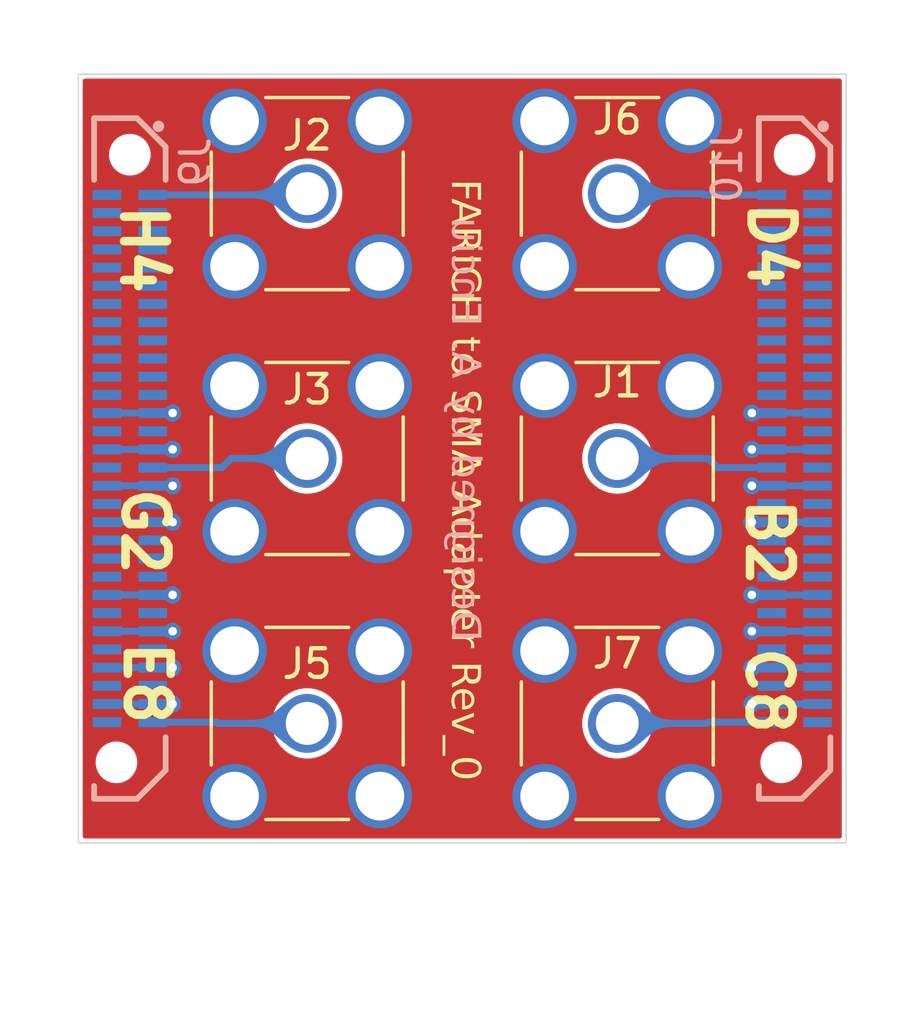
<source format=kicad_pcb>
(kicad_pcb (version 20241229) (generator "pcbnew") (generator_version "9.0")
  (layers (0 "F.Cu" signal) (4 "In1.Cu" signal) (6 "In2.Cu" signal) (2 "B.Cu" signal) (13 "F.Paste" user) (15 "B.Paste" user) (5 "F.SilkS" user "F.Silkscreen") (7 "B.SilkS" user "B.Silkscreen") (1 "F.Mask" user) (3 "B.Mask" user) (25 "Edge.Cuts" user))
  (net 0 "")
  (net 1 "Out_E8")
  (net 2 "GND")
  (net 3 "Out_F7")
  (net 4 "Out_D7")
  (net 5 "Out_C8")
  (net 6 "Out_A8")
  (net 79 "Out_G2")
  (net 81 "Out_H4")
  (net 83 "Out_B2")
  (net 85 "Out_D4")
  (footprint "Connector_Coaxial:SMA_Amphenol_132134-11_Vertical" (layer "F.Cu") (at 133.16 80.6925)
    (property "Reference" "J2" (at 0 -2.03 0) (layer "F.SilkS"))
    (property "Value" "Out_G8")
    (fp_line (start -3.355 -1.45) (end -3.355 1.45) (stroke (width 0.12)) (layer "F.SilkS"))
    (fp_line (start -1.45 -3.355) (end 1.45 -3.355) (stroke (width 0.12)) (layer "F.SilkS"))
    (fp_line (start -1.45 3.355) (end 1.45 3.355) (stroke (width 0.12)) (layer "F.SilkS"))
    (fp_line (start 3.355 -1.45) (end 3.355 1.45) (stroke (width 0.12)) (layer "F.SilkS"))
    (pad "1" thru_hole circle (at 0 0) (size 2.05 2.05) (drill 1.5) (layers "*.Cu" "*.Mask") (net 81 "Out_H4"))
    (pad "2" thru_hole circle (at -2.54 -2.54) (size 2.25 2.25) (drill 1.7) (layers "*.Cu" "*.Mask") (net 2 "GND"))
    (pad "2" thru_hole circle (at -2.54 2.54) (size 2.25 2.25) (drill 1.7) (layers "*.Cu" "*.Mask") (net 2 "GND"))
    (pad "2" thru_hole circle (at 2.54 -2.54) (size 2.25 2.25) (drill 1.7) (layers "*.Cu" "*.Mask") (net 2 "GND"))
    (pad "2" thru_hole circle (at 2.54 2.54) (size 2.25 2.25) (drill 1.7) (layers "*.Cu" "*.Mask") (net 2 "GND"))
  )
  (footprint "Connector_Coaxial:SMA_Amphenol_132134-11_Vertical" (layer "F.Cu") (at 144 80.6925)
    (property "Reference" "J6" (at 0 -2.59 0) (layer "F.SilkS"))
    (property "Value" "Out_D7")
    (fp_line (start -3.355 -1.45) (end -3.355 1.45) (stroke (width 0.12)) (layer "F.SilkS"))
    (fp_line (start -1.45 -3.355) (end 1.45 -3.355) (stroke (width 0.12)) (layer "F.SilkS"))
    (fp_line (start -1.45 3.355) (end 1.45 3.355) (stroke (width 0.12)) (layer "F.SilkS"))
    (fp_line (start 3.355 -1.45) (end 3.355 1.45) (stroke (width 0.12)) (layer "F.SilkS"))
    (pad "1" thru_hole circle (at 0 0) (size 2.05 2.05) (drill 1.5) (layers "*.Cu" "*.Mask") (net 85 "Out_D4"))
    (pad "2" thru_hole circle (at -2.54 -2.54) (size 2.25 2.25) (drill 1.7) (layers "*.Cu" "*.Mask") (net 2 "GND"))
    (pad "2" thru_hole circle (at -2.54 2.54) (size 2.25 2.25) (drill 1.7) (layers "*.Cu" "*.Mask") (net 2 "GND"))
    (pad "2" thru_hole circle (at 2.54 -2.54) (size 2.25 2.25) (drill 1.7) (layers "*.Cu" "*.Mask") (net 2 "GND"))
    (pad "2" thru_hole circle (at 2.54 2.54) (size 2.25 2.25) (drill 1.7) (layers "*.Cu" "*.Mask") (net 2 "GND"))
  )
  (footprint "Connector_Coaxial:SMA_Amphenol_132134-11_Vertical" (layer "F.Cu") (at 133.16 89.9425)
    (property "Reference" "J3" (at 0 -2.41 0) (layer "F.SilkS"))
    (property "Value" "Out_E7")
    (fp_line (start -3.355 -1.45) (end -3.355 1.45) (stroke (width 0.12)) (layer "F.SilkS"))
    (fp_line (start -1.45 -3.355) (end 1.45 -3.355) (stroke (width 0.12)) (layer "F.SilkS"))
    (fp_line (start -1.45 3.355) (end 1.45 3.355) (stroke (width 0.12)) (layer "F.SilkS"))
    (fp_line (start 3.355 -1.45) (end 3.355 1.45) (stroke (width 0.12)) (layer "F.SilkS"))
    (pad "1" thru_hole circle (at 0 0) (size 2.05 2.05) (drill 1.5) (layers "*.Cu" "*.Mask") (net 79 "Out_G2"))
    (pad "2" thru_hole circle (at -2.54 -2.54) (size 2.25 2.25) (drill 1.7) (layers "*.Cu" "*.Mask") (net 2 "GND"))
    (pad "2" thru_hole circle (at -2.54 2.54) (size 2.25 2.25) (drill 1.7) (layers "*.Cu" "*.Mask") (net 2 "GND"))
    (pad "2" thru_hole circle (at 2.54 -2.54) (size 2.25 2.25) (drill 1.7) (layers "*.Cu" "*.Mask") (net 2 "GND"))
    (pad "2" thru_hole circle (at 2.54 2.54) (size 2.25 2.25) (drill 1.7) (layers "*.Cu" "*.Mask") (net 2 "GND"))
  )
  (footprint "Connector_Coaxial:SMA_Amphenol_132134-11_Vertical" (layer "F.Cu") (at 144 99.1925)
    (property "Reference" "J7" (at 0 -2.44 0) (layer "F.SilkS"))
    (property "Value" "Out_C8")
    (fp_line (start -3.355 -1.45) (end -3.355 1.45) (stroke (width 0.12)) (layer "F.SilkS"))
    (fp_line (start -1.45 -3.355) (end 1.45 -3.355) (stroke (width 0.12)) (layer "F.SilkS"))
    (fp_line (start -1.45 3.355) (end 1.45 3.355) (stroke (width 0.12)) (layer "F.SilkS"))
    (fp_line (start 3.355 -1.45) (end 3.355 1.45) (stroke (width 0.12)) (layer "F.SilkS"))
    (pad "1" thru_hole circle (at 0 0) (size 2.05 2.05) (drill 1.5) (layers "*.Cu" "*.Mask") (net 5 "Out_C8"))
    (pad "2" thru_hole circle (at -2.54 -2.54) (size 2.25 2.25) (drill 1.7) (layers "*.Cu" "*.Mask") (net 2 "GND"))
    (pad "2" thru_hole circle (at -2.54 2.54) (size 2.25 2.25) (drill 1.7) (layers "*.Cu" "*.Mask") (net 2 "GND"))
    (pad "2" thru_hole circle (at 2.54 -2.54) (size 2.25 2.25) (drill 1.7) (layers "*.Cu" "*.Mask") (net 2 "GND"))
    (pad "2" thru_hole circle (at 2.54 2.54) (size 2.25 2.25) (drill 1.7) (layers "*.Cu" "*.Mask") (net 2 "GND"))
  )
  (footprint "Connector_Coaxial:SMA_Amphenol_132134-11_Vertical" (layer "F.Cu") (at 144 89.9425)
    (property "Reference" "J1" (at 0 -2.66 0) (layer "F.SilkS"))
    (property "Value" "Out_E8")
    (fp_line (start -3.355 -1.45) (end -3.355 1.45) (stroke (width 0.12)) (layer "F.SilkS"))
    (fp_line (start -1.45 -3.355) (end 1.45 -3.355) (stroke (width 0.12)) (layer "F.SilkS"))
    (fp_line (start -1.45 3.355) (end 1.45 3.355) (stroke (width 0.12)) (layer "F.SilkS"))
    (fp_line (start 3.355 -1.45) (end 3.355 1.45) (stroke (width 0.12)) (layer "F.SilkS"))
    (pad "1" thru_hole circle (at 0 0) (size 2.05 2.05) (drill 1.5) (layers "*.Cu" "*.Mask") (net 83 "Out_B2"))
    (pad "2" thru_hole circle (at -2.54 -2.54) (size 2.25 2.25) (drill 1.7) (layers "*.Cu" "*.Mask") (net 2 "GND"))
    (pad "2" thru_hole circle (at -2.54 2.54) (size 2.25 2.25) (drill 1.7) (layers "*.Cu" "*.Mask") (net 2 "GND"))
    (pad "2" thru_hole circle (at 2.54 -2.54) (size 2.25 2.25) (drill 1.7) (layers "*.Cu" "*.Mask") (net 2 "GND"))
    (pad "2" thru_hole circle (at 2.54 2.54) (size 2.25 2.25) (drill 1.7) (layers "*.Cu" "*.Mask") (net 2 "GND"))
  )
  (footprint "Connector_Coaxial:SMA_Amphenol_132134-11_Vertical" (layer "F.Cu") (at 133.16 99.1925)
    (property "Reference" "J5" (at 0 -2.08 0) (layer "F.SilkS"))
    (property "Value" "Out_D6")
    (fp_line (start -3.355 -1.45) (end -3.355 1.45) (stroke (width 0.12)) (layer "F.SilkS"))
    (fp_line (start -1.45 -3.355) (end 1.45 -3.355) (stroke (width 0.12)) (layer "F.SilkS"))
    (fp_line (start -1.45 3.355) (end 1.45 3.355) (stroke (width 0.12)) (layer "F.SilkS"))
    (fp_line (start 3.355 -1.45) (end 3.355 1.45) (stroke (width 0.12)) (layer "F.SilkS"))
    (pad "1" thru_hole circle (at 0 0) (size 2.05 2.05) (drill 1.5) (layers "*.Cu" "*.Mask") (net 1 "Out_E8"))
    (pad "2" thru_hole circle (at -2.54 -2.54) (size 2.25 2.25) (drill 1.7) (layers "*.Cu" "*.Mask") (net 2 "GND"))
    (pad "2" thru_hole circle (at -2.54 2.54) (size 2.25 2.25) (drill 1.7) (layers "*.Cu" "*.Mask") (net 2 "GND"))
    (pad "2" thru_hole circle (at 2.54 -2.54) (size 2.25 2.25) (drill 1.7) (layers "*.Cu" "*.Mask") (net 2 "GND"))
    (pad "2" thru_hole circle (at 2.54 2.54) (size 2.25 2.25) (drill 1.7) (layers "*.Cu" "*.Mask") (net 2 "GND"))
  )
  (footprint "0_lib:SAMTEC_ERM6-30-01.5-L-DV-A-K-TR" (layer "B.Cu") (at 126.96 89.9425 -90)
    (property "Reference" "J9" (at -10.3525 -2.29 90) (layer "B.SilkS") (effects (justify mirror)))
    (property "Value" "ERM6-30-01.5-L-DV-A-K-TR")
    (fp_line (start -11.885 1.25) (end -9.7325 1.25) (stroke (width 0.2)) (layer "B.SilkS"))
    (fp_line (start 11.435 1.25) (end 11.885 1.25) (stroke (width 0.2)) (layer "B.SilkS"))
    (fp_line (start 11.885 1.25) (end 11.885 -0.25) (stroke (width 0.2)) (layer "B.SilkS"))
    (fp_line (start -11.885 -0.25) (end -11.885 1.25) (stroke (width 0.2)) (layer "B.SilkS"))
    (fp_line (start 11.885 -0.25) (end 10.885 -1.25) (stroke (width 0.2)) (layer "B.SilkS"))
    (fp_line (start -10.885 -1.25) (end -11.885 -0.25) (stroke (width 0.2)) (layer "B.SilkS"))
    (fp_line (start -9.7325 -1.25) (end -10.885 -1.25) (stroke (width 0.2)) (layer "B.SilkS"))
    (fp_line (start 10.885 -1.25) (end 9.7325 -1.25) (stroke (width 0.2)) (layer "B.SilkS"))
    (fp_circle (center -11.6 -1) (end -11.5 -1) (stroke (width 0.2)) (fill no) (layer "B.SilkS"))
    (pad "" np_thru_hole circle (at -10.61 0 270) (size 0.95 0.95) (drill 0.95) (layers "*.Cu" "*.Mask"))
    (pad "" np_thru_hole circle (at 10.61 0.47 270) (size 0.95 0.95) (drill 0.95) (layers "*.Cu" "*.Mask"))
    (pad "1" smd rect (at 9.2075 -0.8 270) (size 0.35 1) (layers "B.Cu" "B.Mask" "B.Paste") (net 1 "Out_E8"))
    (pad "2" smd rect (at 9.2075 0.8 270) (size 0.35 1) (layers "B.Cu" "B.Mask" "B.Paste"))
    (pad "3" smd rect (at 8.5725 -0.8 270) (size 0.35 1) (layers "B.Cu" "B.Mask" "B.Paste") (net 2 "GND"))
    (pad "4" smd rect (at 8.5725 0.8 270) (size 0.35 1) (layers "B.Cu" "B.Mask" "B.Paste") (net 2 "GND"))
    (pad "5" smd rect (at 7.9375 -0.8 270) (size 0.35 1) (layers "B.Cu" "B.Mask" "B.Paste"))
    (pad "6" smd rect (at 7.9375 0.8 270) (size 0.35 1) (layers "B.Cu" "B.Mask" "B.Paste"))
    (pad "7" smd rect (at 7.3025 -0.8 270) (size 0.35 1) (layers "B.Cu" "B.Mask" "B.Paste") (net 2 "GND"))
    (pad "8" smd rect (at 7.3025 0.8 270) (size 0.35 1) (layers "B.Cu" "B.Mask" "B.Paste") (net 2 "GND"))
    (pad "9" smd rect (at 6.6675 -0.8 270) (size 0.35 1) (layers "B.Cu" "B.Mask" "B.Paste"))
    (pad "10" smd rect (at 6.6675 0.8 270) (size 0.35 1) (layers "B.Cu" "B.Mask" "B.Paste") (net 3 "Out_F7"))
    (pad "11" smd rect (at 6.0325 -0.8 270) (size 0.35 1) (layers "B.Cu" "B.Mask" "B.Paste") (net 2 "GND"))
    (pad "12" smd rect (at 6.0325 0.8 270) (size 0.35 1) (layers "B.Cu" "B.Mask" "B.Paste") (net 2 "GND"))
    (pad "13" smd rect (at 5.3975 -0.8 270) (size 0.35 1) (layers "B.Cu" "B.Mask" "B.Paste"))
    (pad "14" smd rect (at 5.3975 0.8 270) (size 0.35 1) (layers "B.Cu" "B.Mask" "B.Paste"))
    (pad "15" smd rect (at 4.7625 -0.8 270) (size 0.35 1) (layers "B.Cu" "B.Mask" "B.Paste") (net 2 "GND"))
    (pad "16" smd rect (at 4.7625 0.8 270) (size 0.35 1) (layers "B.Cu" "B.Mask" "B.Paste") (net 2 "GND"))
    (pad "17" smd rect (at 4.1275 -0.8 270) (size 0.35 1) (layers "B.Cu" "B.Mask" "B.Paste"))
    (pad "18" smd rect (at 4.1275 0.8 270) (size 0.35 1) (layers "B.Cu" "B.Mask" "B.Paste"))
    (pad "19" smd rect (at 3.4925 -0.8 270) (size 0.35 1) (layers "B.Cu" "B.Mask" "B.Paste"))
    (pad "20" smd rect (at 3.4925 0.8 270) (size 0.35 1) (layers "B.Cu" "B.Mask" "B.Paste") (net 2 "GND"))
    (pad "21" smd rect (at 2.8575 -0.8 270) (size 0.35 1) (layers "B.Cu" "B.Mask" "B.Paste"))
    (pad "22" smd rect (at 2.8575 0.8 270) (size 0.35 1) (layers "B.Cu" "B.Mask" "B.Paste"))
    (pad "23" smd rect (at 2.2225 -0.8 270) (size 0.35 1) (layers "B.Cu" "B.Mask" "B.Paste") (net 2 "GND"))
    (pad "24" smd rect (at 2.2225 0.8 270) (size 0.35 1) (layers "B.Cu" "B.Mask" "B.Paste") (net 2 "GND"))
    (pad "25" smd rect (at 1.5875 -0.8 270) (size 0.35 1) (layers "B.Cu" "B.Mask" "B.Paste"))
    (pad "26" smd rect (at 1.5875 0.8 270) (size 0.35 1) (layers "B.Cu" "B.Mask" "B.Paste"))
    (pad "27" smd rect (at 0.9525 -0.8 270) (size 0.35 1) (layers "B.Cu" "B.Mask" "B.Paste") (net 2 "GND"))
    (pad "28" smd rect (at 0.9525 0.8 270) (size 0.35 1) (layers "B.Cu" "B.Mask" "B.Paste") (net 2 "GND"))
    (pad "29" smd rect (at 0.3175 -0.8 270) (size 0.35 1) (layers "B.Cu" "B.Mask" "B.Paste") (net 79 "Out_G2"))
    (pad "30" smd rect (at 0.3175 0.8 270) (size 0.35 1) (layers "B.Cu" "B.Mask" "B.Paste"))
    (pad "31" smd rect (at -0.3175 -0.8 270) (size 0.35 1) (layers "B.Cu" "B.Mask" "B.Paste") (net 2 "GND"))
    (pad "32" smd rect (at -0.3175 0.8 270) (size 0.35 1) (layers "B.Cu" "B.Mask" "B.Paste") (net 2 "GND"))
    (pad "33" smd rect (at -0.9525 -0.8 270) (size 0.35 1) (layers "B.Cu" "B.Mask" "B.Paste"))
    (pad "34" smd rect (at -0.9525 0.8 270) (size 0.35 1) (layers "B.Cu" "B.Mask" "B.Paste"))
    (pad "35" smd rect (at -1.5875 -0.8 270) (size 0.35 1) (layers "B.Cu" "B.Mask" "B.Paste") (net 2 "GND"))
    (pad "36" smd rect (at -1.5875 0.8 270) (size 0.35 1) (layers "B.Cu" "B.Mask" "B.Paste") (net 2 "GND"))
    (pad "37" smd rect (at -2.2225 -0.8 270) (size 0.35 1) (layers "B.Cu" "B.Mask" "B.Paste"))
    (pad "38" smd rect (at -2.2225 0.8 270) (size 0.35 1) (layers "B.Cu" "B.Mask" "B.Paste"))
    (pad "39" smd rect (at -2.8575 -0.8 270) (size 0.35 1) (layers "B.Cu" "B.Mask" "B.Paste"))
    (pad "40" smd rect (at -2.8575 0.8 270) (size 0.35 1) (layers "B.Cu" "B.Mask" "B.Paste") (net 2 "GND"))
    (pad "41" smd rect (at -3.4925 -0.8 270) (size 0.35 1) (layers "B.Cu" "B.Mask" "B.Paste"))
    (pad "42" smd rect (at -3.4925 0.8 270) (size 0.35 1) (layers "B.Cu" "B.Mask" "B.Paste"))
    (pad "43" smd rect (at -4.1275 -0.8 270) (size 0.35 1) (layers "B.Cu" "B.Mask" "B.Paste"))
    (pad "44" smd rect (at -4.1275 0.8 270) (size 0.35 1) (layers "B.Cu" "B.Mask" "B.Paste"))
    (pad "45" smd rect (at -4.7625 -0.8 270) (size 0.35 1) (layers "B.Cu" "B.Mask" "B.Paste"))
    (pad "46" smd rect (at -4.7625 0.8 270) (size 0.35 1) (layers "B.Cu" "B.Mask" "B.Paste"))
    (pad "47" smd rect (at -5.3975 -0.8 270) (size 0.35 1) (layers "B.Cu" "B.Mask" "B.Paste"))
    (pad "48" smd rect (at -5.3975 0.8 270) (size 0.35 1) (layers "B.Cu" "B.Mask" "B.Paste"))
    (pad "49" smd rect (at -6.0325 -0.8 270) (size 0.35 1) (layers "B.Cu" "B.Mask" "B.Paste"))
    (pad "50" smd rect (at -6.0325 0.8 270) (size 0.35 1) (layers "B.Cu" "B.Mask" "B.Paste"))
    (pad "51" smd rect (at -6.6675 -0.8 270) (size 0.35 1) (layers "B.Cu" "B.Mask" "B.Paste"))
    (pad "52" smd rect (at -6.6675 0.8 270) (size 0.35 1) (layers "B.Cu" "B.Mask" "B.Paste"))
    (pad "53" smd rect (at -7.3025 -0.8 270) (size 0.35 1) (layers "B.Cu" "B.Mask" "B.Paste"))
    (pad "54" smd rect (at -7.3025 0.8 270) (size 0.35 1) (layers "B.Cu" "B.Mask" "B.Paste"))
    (pad "55" smd rect (at -7.9375 -0.8 270) (size 0.35 1) (layers "B.Cu" "B.Mask" "B.Paste"))
    (pad "56" smd rect (at -7.9375 0.8 270) (size 0.35 1) (layers "B.Cu" "B.Mask" "B.Paste"))
    (pad "57" smd rect (at -8.5725 -0.8 270) (size 0.35 1) (layers "B.Cu" "B.Mask" "B.Paste"))
    (pad "58" smd rect (at -8.5725 0.8 270) (size 0.35 1) (layers "B.Cu" "B.Mask" "B.Paste"))
    (pad "59" smd rect (at -9.2075 -0.8 270) (size 0.35 1) (layers "B.Cu" "B.Mask" "B.Paste") (net 81 "Out_H4"))
    (pad "60" smd rect (at -9.2075 0.8 270) (size 0.35 1) (layers "B.Cu" "B.Mask" "B.Paste"))
  )
  (footprint "0_lib:SAMTEC_ERM6-30-01.5-L-DV-A-K-TR" (layer "B.Cu") (at 150.2 89.9425 -90)
    (property "Reference" "J10" (at -10.2625 2.36 90) (layer "B.SilkS") (effects (justify mirror)))
    (property "Value" "ERM6-30-01.5-L-DV-A-K-TR")
    (fp_line (start -11.885 1.25) (end -9.7325 1.25) (stroke (width 0.2)) (layer "B.SilkS"))
    (fp_line (start 11.435 1.25) (end 11.885 1.25) (stroke (width 0.2)) (layer "B.SilkS"))
    (fp_line (start 11.885 1.25) (end 11.885 -0.25) (stroke (width 0.2)) (layer "B.SilkS"))
    (fp_line (start -11.885 -0.25) (end -11.885 1.25) (stroke (width 0.2)) (layer "B.SilkS"))
    (fp_line (start 11.885 -0.25) (end 10.885 -1.25) (stroke (width 0.2)) (layer "B.SilkS"))
    (fp_line (start -10.885 -1.25) (end -11.885 -0.25) (stroke (width 0.2)) (layer "B.SilkS"))
    (fp_line (start -9.7325 -1.25) (end -10.885 -1.25) (stroke (width 0.2)) (layer "B.SilkS"))
    (fp_line (start 10.885 -1.25) (end 9.7325 -1.25) (stroke (width 0.2)) (layer "B.SilkS"))
    (fp_circle (center -11.6 -1) (end -11.5 -1) (stroke (width 0.2)) (fill no) (layer "B.SilkS"))
    (pad "" np_thru_hole circle (at -10.61 0 270) (size 0.95 0.95) (drill 0.95) (layers "*.Cu" "*.Mask"))
    (pad "" np_thru_hole circle (at 10.61 0.47 270) (size 0.95 0.95) (drill 0.95) (layers "*.Cu" "*.Mask"))
    (pad "1" smd rect (at 9.2075 -0.8 270) (size 0.35 1) (layers "B.Cu" "B.Mask" "B.Paste"))
    (pad "2" smd rect (at 9.2075 0.8 270) (size 0.35 1) (layers "B.Cu" "B.Mask" "B.Paste") (net 5 "Out_C8"))
    (pad "3" smd rect (at 8.5725 -0.8 270) (size 0.35 1) (layers "B.Cu" "B.Mask" "B.Paste") (net 2 "GND"))
    (pad "4" smd rect (at 8.5725 0.8 270) (size 0.35 1) (layers "B.Cu" "B.Mask" "B.Paste") (net 2 "GND"))
    (pad "5" smd rect (at 7.9375 -0.8 270) (size 0.35 1) (layers "B.Cu" "B.Mask" "B.Paste"))
    (pad "6" smd rect (at 7.9375 0.8 270) (size 0.35 1) (layers "B.Cu" "B.Mask" "B.Paste"))
    (pad "7" smd rect (at 7.3025 -0.8 270) (size 0.35 1) (layers "B.Cu" "B.Mask" "B.Paste") (net 2 "GND"))
    (pad "8" smd rect (at 7.3025 0.8 270) (size 0.35 1) (layers "B.Cu" "B.Mask" "B.Paste") (net 2 "GND"))
    (pad "9" smd rect (at 6.6675 -0.8 270) (size 0.35 1) (layers "B.Cu" "B.Mask" "B.Paste") (net 4 "Out_D7"))
    (pad "10" smd rect (at 6.6675 0.8 270) (size 0.35 1) (layers "B.Cu" "B.Mask" "B.Paste") (net 6 "Out_A8"))
    (pad "11" smd rect (at 6.0325 -0.8 270) (size 0.35 1) (layers "B.Cu" "B.Mask" "B.Paste") (net 2 "GND"))
    (pad "12" smd rect (at 6.0325 0.8 270) (size 0.35 1) (layers "B.Cu" "B.Mask" "B.Paste") (net 2 "GND"))
    (pad "13" smd rect (at 5.3975 -0.8 270) (size 0.35 1) (layers "B.Cu" "B.Mask" "B.Paste"))
    (pad "14" smd rect (at 5.3975 0.8 270) (size 0.35 1) (layers "B.Cu" "B.Mask" "B.Paste"))
    (pad "15" smd rect (at 4.7625 -0.8 270) (size 0.35 1) (layers "B.Cu" "B.Mask" "B.Paste") (net 2 "GND"))
    (pad "16" smd rect (at 4.7625 0.8 270) (size 0.35 1) (layers "B.Cu" "B.Mask" "B.Paste") (net 2 "GND"))
    (pad "17" smd rect (at 4.1275 -0.8 270) (size 0.35 1) (layers "B.Cu" "B.Mask" "B.Paste"))
    (pad "18" smd rect (at 4.1275 0.8 270) (size 0.35 1) (layers "B.Cu" "B.Mask" "B.Paste"))
    (pad "19" smd rect (at 3.4925 -0.8 270) (size 0.35 1) (layers "B.Cu" "B.Mask" "B.Paste") (net 2 "GND"))
    (pad "20" smd rect (at 3.4925 0.8 270) (size 0.35 1) (layers "B.Cu" "B.Mask" "B.Paste"))
    (pad "21" smd rect (at 2.8575 -0.8 270) (size 0.35 1) (layers "B.Cu" "B.Mask" "B.Paste"))
    (pad "22" smd rect (at 2.8575 0.8 270) (size 0.35 1) (layers "B.Cu" "B.Mask" "B.Paste"))
    (pad "23" smd rect (at 2.2225 -0.8 270) (size 0.35 1) (layers "B.Cu" "B.Mask" "B.Paste") (net 2 "GND"))
    (pad "24" smd rect (at 2.2225 0.8 270) (size 0.35 1) (layers "B.Cu" "B.Mask" "B.Paste") (net 2 "GND"))
    (pad "25" smd rect (at 1.5875 -0.8 270) (size 0.35 1) (layers "B.Cu" "B.Mask" "B.Paste"))
    (pad "26" smd rect (at 1.5875 0.8 270) (size 0.35 1) (layers "B.Cu" "B.Mask" "B.Paste"))
    (pad "27" smd rect (at 0.9525 -0.8 270) (size 0.35 1) (layers "B.Cu" "B.Mask" "B.Paste") (net 2 "GND"))
    (pad "28" smd rect (at 0.9525 0.8 270) (size 0.35 1) (layers "B.Cu" "B.Mask" "B.Paste") (net 2 "GND"))
    (pad "29" smd rect (at 0.3175 -0.8 270) (size 0.35 1) (layers "B.Cu" "B.Mask" "B.Paste"))
    (pad "30" smd rect (at 0.3175 0.8 270) (size 0.35 1) (layers "B.Cu" "B.Mask" "B.Paste") (net 83 "Out_B2"))
    (pad "31" smd rect (at -0.3175 -0.8 270) (size 0.35 1) (layers "B.Cu" "B.Mask" "B.Paste") (net 2 "GND"))
    (pad "32" smd rect (at -0.3175 0.8 270) (size 0.35 1) (layers "B.Cu" "B.Mask" "B.Paste") (net 2 "GND"))
    (pad "33" smd rect (at -0.9525 -0.8 270) (size 0.35 1) (layers "B.Cu" "B.Mask" "B.Paste"))
    (pad "34" smd rect (at -0.9525 0.8 270) (size 0.35 1) (layers "B.Cu" "B.Mask" "B.Paste"))
    (pad "35" smd rect (at -1.5875 -0.8 270) (size 0.35 1) (layers "B.Cu" "B.Mask" "B.Paste") (net 2 "GND"))
    (pad "36" smd rect (at -1.5875 0.8 270) (size 0.35 1) (layers "B.Cu" "B.Mask" "B.Paste") (net 2 "GND"))
    (pad "37" smd rect (at -2.2225 -0.8 270) (size 0.35 1) (layers "B.Cu" "B.Mask" "B.Paste"))
    (pad "38" smd rect (at -2.2225 0.8 270) (size 0.35 1) (layers "B.Cu" "B.Mask" "B.Paste"))
    (pad "39" smd rect (at -2.8575 -0.8 270) (size 0.35 1) (layers "B.Cu" "B.Mask" "B.Paste") (net 2 "GND"))
    (pad "40" smd rect (at -2.8575 0.8 270) (size 0.35 1) (layers "B.Cu" "B.Mask" "B.Paste"))
    (pad "41" smd rect (at -3.4925 -0.8 270) (size 0.35 1) (layers "B.Cu" "B.Mask" "B.Paste"))
    (pad "42" smd rect (at -3.4925 0.8 270) (size 0.35 1) (layers "B.Cu" "B.Mask" "B.Paste"))
    (pad "43" smd rect (at -4.1275 -0.8 270) (size 0.35 1) (layers "B.Cu" "B.Mask" "B.Paste"))
    (pad "44" smd rect (at -4.1275 0.8 270) (size 0.35 1) (layers "B.Cu" "B.Mask" "B.Paste"))
    (pad "45" smd rect (at -4.7625 -0.8 270) (size 0.35 1) (layers "B.Cu" "B.Mask" "B.Paste"))
    (pad "46" smd rect (at -4.7625 0.8 270) (size 0.35 1) (layers "B.Cu" "B.Mask" "B.Paste"))
    (pad "47" smd rect (at -5.3975 -0.8 270) (size 0.35 1) (layers "B.Cu" "B.Mask" "B.Paste"))
    (pad "48" smd rect (at -5.3975 0.8 270) (size 0.35 1) (layers "B.Cu" "B.Mask" "B.Paste"))
    (pad "49" smd rect (at -6.0325 -0.8 270) (size 0.35 1) (layers "B.Cu" "B.Mask" "B.Paste"))
    (pad "50" smd rect (at -6.0325 0.8 270) (size 0.35 1) (layers "B.Cu" "B.Mask" "B.Paste"))
    (pad "51" smd rect (at -6.6675 -0.8 270) (size 0.35 1) (layers "B.Cu" "B.Mask" "B.Paste"))
    (pad "52" smd rect (at -6.6675 0.8 270) (size 0.35 1) (layers "B.Cu" "B.Mask" "B.Paste"))
    (pad "53" smd rect (at -7.3025 -0.8 270) (size 0.35 1) (layers "B.Cu" "B.Mask" "B.Paste"))
    (pad "54" smd rect (at -7.3025 0.8 270) (size 0.35 1) (layers "B.Cu" "B.Mask" "B.Paste"))
    (pad "55" smd rect (at -7.9375 -0.8 270) (size 0.35 1) (layers "B.Cu" "B.Mask" "B.Paste"))
    (pad "56" smd rect (at -7.9375 0.8 270) (size 0.35 1) (layers "B.Cu" "B.Mask" "B.Paste"))
    (pad "57" smd rect (at -8.5725 -0.8 270) (size 0.35 1) (layers "B.Cu" "B.Mask" "B.Paste"))
    (pad "58" smd rect (at -8.5725 0.8 270) (size 0.35 1) (layers "B.Cu" "B.Mask" "B.Paste"))
    (pad "59" smd rect (at -9.2075 -0.8 270) (size 0.35 1) (layers "B.Cu" "B.Mask" "B.Paste"))
    (pad "60" smd rect (at -9.2075 0.8 270) (size 0.35 1) (layers "B.Cu" "B.Mask" "B.Paste") (net 85 "Out_D4"))
  )
  (gr_rect (start 125.16 76.5225) (end 152 103.3625) (stroke (width 0.05)) (fill no) (layer "Edge.Cuts"))
  (gr_text "FARICH to SMA Adapter Rev_0" (at 138.05 80.177671 270) (layer "F.SilkS") (effects (font (size 1 1) (thickness 0.1) (italic yes)) (justify left bottom)))
  (gr_text "G2" (at 126.61 90.82 270) (layer "F.SilkS") (effects (font (size 1.5 1.5) (thickness 0.3) (bold yes)) (justify left bottom)))
  (gr_text "B2" (at 148.44 91.2 270) (layer "F.SilkS") (effects (font (size 1.5 1.5) (thickness 0.3) (bold yes)) (justify left bottom)))
  (gr_text "H4" (at 126.56 80.94 270) (layer "F.SilkS") (effects (font (size 1.5 1.5) (thickness 0.3) (bold yes)) (justify left bottom)))
  (gr_text "C8" (at 148.43 96.38 270) (layer "F.SilkS") (effects (font (size 1.5 1.5) (thickness 0.3) (bold yes)) (justify left bottom)))
  (gr_text "E8" (at 126.69 96.19 270) (layer "F.SilkS") (effects (font (size 1.5 1.5) (thickness 0.3) (bold yes)) (justify left bottom)))
  (gr_text "D4" (at 148.5 80.84 270) (layer "F.SilkS") (effects (font (size 1.5 1.5) (thickness 0.3) (bold yes)) (justify left bottom)))
  (gr_text "Designed by A. Enciu" (at 138.06 96.336342 270) (layer "B.SilkS") (effects (font (size 1 1) (thickness 0.1) (italic yes)) (justify left bottom mirror)))
  (segment (start 130 99.15) (end 130.0425 99.1925) (width 0.245) (layer "B.Cu") (net 1))
  (segment (start 130.0425 99.1925) (end 133.16 99.1925) (width 0.245) (layer "B.Cu") (net 1))
  (segment (start 127.76 99.15) (end 130 99.15) (width 0.245) (layer "B.Cu") (net 1))
  (via (at 128.45596 95.975001) (size 0.6) (drill 0.3) (layers "F.Cu" "B.Cu") (net 2))
  (via (at 148.70404 98.514999) (size 0.6) (drill 0.3) (layers "F.Cu" "B.Cu") (net 2))
  (via (at 148.70404 95.974999) (size 0.6) (drill 0.3) (layers "F.Cu" "B.Cu") (net 2))
  (via (at 128.45596 88.354999) (size 0.6) (drill 0.3) (layers "F.Cu" "B.Cu") (net 2))
  (via (at 128.45596 98.514999) (size 0.6) (drill 0.3) (layers "F.Cu" "B.Cu") (net 2))
  (via (at 148.70404 90.894999) (size 0.6) (drill 0.3) (layers "F.Cu" "B.Cu") (net 2))
  (via (at 148.70404 92.164999) (size 0.6) (drill 0.3) (layers "F.Cu" "B.Cu") (net 2))
  (via (at 128.45596 92.165001) (size 0.6) (drill 0.3) (layers "F.Cu" "B.Cu") (net 2))
  (via (at 128.45596 89.625001) (size 0.6) (drill 0.3) (layers "F.Cu" "B.Cu") (net 2))
  (via (at 128.45596 90.894999) (size 0.6) (drill 0.3) (layers "F.Cu" "B.Cu") (net 2))
  (via (at 148.70404 88.354999) (size 0.6) (drill 0.3) (layers "F.Cu" "B.Cu") (net 2))
  (via (at 128.45596 97.245001) (size 0.6) (drill 0.3) (layers "F.Cu" "B.Cu") (net 2))
  (via (at 148.70404 94.704999) (size 0.6) (drill 0.3) (layers "F.Cu" "B.Cu") (net 2))
  (via (at 148.70404 97.245001) (size 0.6) (drill 0.3) (layers "F.Cu" "B.Cu") (net 2))
  (via (at 148.70404 89.625001) (size 0.6) (drill 0.3) (layers "F.Cu" "B.Cu") (net 2))
  (via (at 128.45596 94.705001) (size 0.6) (drill 0.3) (layers "F.Cu" "B.Cu") (net 2))
  (segment (start 151 98.515) (end 149.4 98.515) (width 0.245) (layer "B.Cu") (net 2))
  (segment (start 148.704041 95.975) (end 149.4 95.975) (width 0.245) (layer "B.Cu") (net 2))
  (segment (start 128.455959 88.355) (end 127.76 88.355) (width 0.245) (layer "B.Cu") (net 2))
  (segment (start 148.70404 89.625001) (end 148.704041 89.625) (width 0.245) (layer "B.Cu") (net 2))
  (segment (start 148.70404 94.704999) (end 148.704041 94.705) (width 0.245) (layer "B.Cu") (net 2))
  (segment (start 151 97.245) (end 149.4 97.245) (width 0.245) (layer "B.Cu") (net 2))
  (segment (start 128.45596 88.354999) (end 128.455959 88.355) (width 0.245) (layer "B.Cu") (net 2))
  (segment (start 127.76 95.975) (end 128.455959 95.975) (width 0.245) (layer "B.Cu") (net 2))
  (segment (start 128.45596 98.514999) (end 128.455959 98.515) (width 0.245) (layer "B.Cu") (net 2))
  (segment (start 128.45596 90.894999) (end 128.455959 90.895) (width 0.245) (layer "B.Cu") (net 2))
  (segment (start 128.455959 89.625) (end 127.76 89.625) (width 0.245) (layer "B.Cu") (net 2))
  (segment (start 126.16 88.355) (end 127.76 88.355) (width 0.245) (layer "B.Cu") (net 2))
  (segment (start 151 92.165) (end 149.4 92.165) (width 0.245) (layer "B.Cu") (net 2))
  (segment (start 151 95.975) (end 149.4 95.975) (width 0.245) (layer "B.Cu") (net 2))
  (segment (start 148.70404 88.354999) (end 148.704041 88.355) (width 0.245) (layer "B.Cu") (net 2))
  (segment (start 148.70404 95.974999) (end 148.704041 95.975) (width 0.245) (layer "B.Cu") (net 2))
  (segment (start 148.704041 89.625) (end 149.4 89.625) (width 0.245) (layer "B.Cu") (net 2))
  (segment (start 128.455959 94.705) (end 127.76 94.705) (width 0.245) (layer "B.Cu") (net 2))
  (segment (start 126.16 89.625) (end 127.76 89.625) (width 0.245) (layer "B.Cu") (net 2))
  (segment (start 151 94.705) (end 149.4 94.705) (width 0.245) (layer "B.Cu") (net 2))
  (segment (start 151 90.895) (end 149.4 90.895) (width 0.245) (layer "B.Cu") (net 2))
  (segment (start 148.704041 88.355) (end 149.4 88.355) (width 0.245) (layer "B.Cu") (net 2))
  (segment (start 126.16 94.705) (end 127.76 94.705) (width 0.245) (layer "B.Cu") (net 2))
  (segment (start 151 89.625) (end 149.4 89.625) (width 0.245) (layer "B.Cu") (net 2))
  (segment (start 126.16 97.245) (end 127.76 97.245) (width 0.245) (layer "B.Cu") (net 2))
  (segment (start 126.16 98.515) (end 127.76 98.515) (width 0.245) (layer "B.Cu") (net 2))
  (segment (start 148.704041 94.705) (end 149.4 94.705) (width 0.245) (layer "B.Cu") (net 2))
  (segment (start 126.16 92.165) (end 127.76 92.165) (width 0.245) (layer "B.Cu") (net 2))
  (segment (start 126.16 90.895) (end 127.76 90.895) (width 0.245) (layer "B.Cu") (net 2))
  (segment (start 128.455959 92.165) (end 128.45596 92.165001) (width 0.245) (layer "B.Cu") (net 2))
  (segment (start 148.70404 97.245001) (end 148.704041 97.245) (width 0.245) (layer "B.Cu") (net 2))
  (segment (start 148.704041 98.515) (end 149.4 98.515) (width 0.245) (layer "B.Cu") (net 2))
  (segment (start 130.3025 92.165) (end 130.62 92.4825) (width 0.245) (layer "B.Cu") (net 2))
  (segment (start 127.76 92.165) (end 128.455959 92.165) (width 0.245) (layer "B.Cu") (net 2))
  (segment (start 149.4 92.165) (end 148.704041 92.165) (width 0.245) (layer "B.Cu") (net 2))
  (segment (start 148.70404 98.514999) (end 148.704041 98.515) (width 0.245) (layer "B.Cu") (net 2))
  (segment (start 128.455959 97.245) (end 127.76 97.245) (width 0.245) (layer "B.Cu") (net 2))
  (segment (start 128.455959 98.515) (end 127.76 98.515) (width 0.245) (layer "B.Cu") (net 2))
  (segment (start 128.455959 95.975) (end 128.45596 95.975001) (width 0.245) (layer "B.Cu") (net 2))
  (segment (start 148.70404 90.894999) (end 148.704041 90.895) (width 0.245) (layer "B.Cu") (net 2))
  (segment (start 148.704041 97.245) (end 149.4 97.245) (width 0.245) (layer "B.Cu") (net 2))
  (segment (start 146.8575 92.165) (end 146.54 92.4825) (width 0.245) (layer "B.Cu") (net 2))
  (segment (start 148.704041 92.165) (end 148.70404 92.164999) (width 0.245) (layer "B.Cu") (net 2))
  (segment (start 148.704041 90.895) (end 149.4 90.895) (width 0.245) (layer "B.Cu") (net 2))
  (segment (start 128.45596 89.625001) (end 128.455959 89.625) (width 0.245) (layer "B.Cu") (net 2))
  (segment (start 126.16 95.975) (end 127.76 95.975) (width 0.245) (layer "B.Cu") (net 2))
  (segment (start 129.9425 95.975) (end 130.62 96.6525) (width 0.245) (layer "B.Cu") (net 2))
  (segment (start 128.455959 90.895) (end 127.76 90.895) (width 0.245) (layer "B.Cu") (net 2))
  (segment (start 128.45596 97.245001) (end 128.455959 97.245) (width 0.245) (layer "B.Cu") (net 2))
  (segment (start 151 88.355) (end 149.4 88.355) (width 0.245) (layer "B.Cu") (net 2))
  (segment (start 128.45596 94.705001) (end 128.455959 94.705) (width 0.245) (layer "B.Cu") (net 2))
  (segment (start 147.17 99.15) (end 147.1275 99.1925) (width 0.245) (layer "B.Cu") (net 5))
  (segment (start 149.4 99.15) (end 147.17 99.15) (width 0.245) (layer "B.Cu") (net 5))
  (segment (start 147.1275 99.1925) (end 144 99.1925) (width 0.245) (layer "B.Cu") (net 5))
  (segment (start 127.76 90.26) (end 130.18 90.26) (width 0.245) (layer "B.Cu") (net 79))
  (segment (start 130.4975 89.9425) (end 133.16 89.9425) (width 0.245) (layer "B.Cu") (net 79))
  (segment (start 130.18 90.26) (end 130.4975 89.9425) (width 0.245) (layer "B.Cu") (net 79))
  (segment (start 133.1175 80.735) (end 133.16 80.6925) (width 0.245) (layer "B.Cu") (net 81))
  (segment (start 127.76 80.735) (end 133.1175 80.735) (width 0.245) (layer "B.Cu") (net 81))
  (segment (start 149.4 90.26) (end 147.51 90.26) (width 0.245) (layer "B.Cu") (net 83))
  (segment (start 147.51 90.26) (end 147.1925 89.9425) (width 0.245) (layer "B.Cu") (net 83))
  (segment (start 147.1925 89.9425) (end 144 89.9425) (width 0.245) (layer "B.Cu") (net 83))
  (segment (start 146.9925 80.6925) (end 144 80.6925) (width 0.245) (layer "B.Cu") (net 85))
  (segment (start 147.035 80.735) (end 146.9925 80.6925) (width 0.245) (layer "B.Cu") (net 85))
  (segment (start 149.4 80.735) (end 147.035 80.735) (width 0.245) (layer "B.Cu") (net 85))
  (zone (net 2) (net_name "GND") (layers "F.Cu" "In1.Cu" "In2.Cu") (name "Ground_Inner") (connect_pads yes (clearance 0.15)) (min_thickness 0.15) (fill yes (thermal_gap 0.5) (thermal_bridge_width 0.5))
    (polygon (pts (xy 122.42 73.93) (xy 154.38 73.93) (xy 154.38 105.63) (xy 122.42 105.63)))
  )
)
</source>
